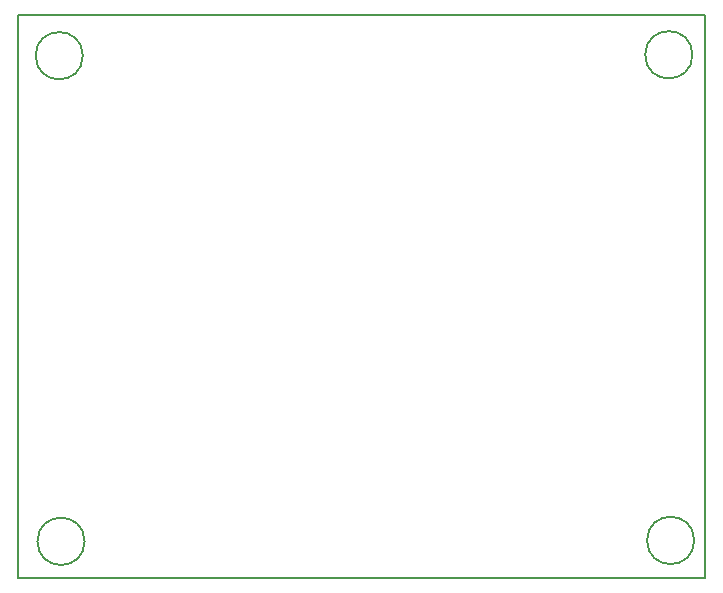
<source format=gbr>
G04 #@! TF.GenerationSoftware,KiCad,Pcbnew,5.0.2-bee76a0~70~ubuntu16.04.1*
G04 #@! TF.CreationDate,2021-02-05T17:40:51+03:00*
G04 #@! TF.ProjectId,das_auto_schema,6461735f-6175-4746-9f5f-736368656d61,rev?*
G04 #@! TF.SameCoordinates,Original*
G04 #@! TF.FileFunction,Profile,NP*
%FSLAX46Y46*%
G04 Gerber Fmt 4.6, Leading zero omitted, Abs format (unit mm)*
G04 Created by KiCad (PCBNEW 5.0.2-bee76a0~70~ubuntu16.04.1) date Fr 05 Feb 2021 17:40:51 MSK*
%MOMM*%
%LPD*%
G01*
G04 APERTURE LIST*
%ADD10C,0.200000*%
G04 APERTURE END LIST*
D10*
X170078400Y-55194200D02*
X170078400Y-102844600D01*
X111963200Y-55194200D02*
X170078400Y-55194200D01*
X111963200Y-102844600D02*
X111963200Y-55194200D01*
X170078400Y-102844600D02*
X111963200Y-102844600D01*
X169182800Y-99688400D02*
G75*
G03X169182800Y-99688400I-2000000J0D01*
G01*
X169030400Y-58572400D02*
G75*
G03X169030400Y-58572400I-2000000J0D01*
G01*
X117570000Y-99764600D02*
G75*
G03X117570000Y-99764600I-2000000J0D01*
G01*
X117417600Y-58648600D02*
G75*
G03X117417600Y-58648600I-2000000J0D01*
G01*
M02*

</source>
